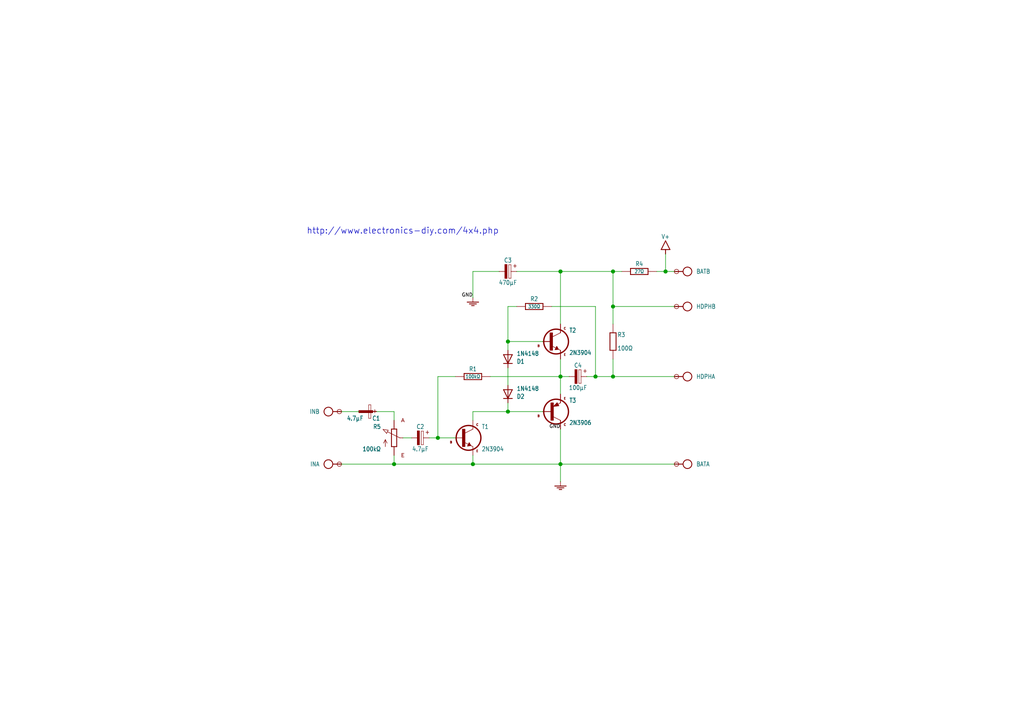
<source format=kicad_sch>
(kicad_sch (version 20210406) (generator eeschema)
  (paper "A4")
  (lib_symbols
    (symbol "Headphone-Amplifier-ClassAB-alt2-eagle-import:2N3904"
      (property "Reference" "T" (at 5.08 2.54 0))
      (property "Value" "2N3904" (at 5.08 -2.54 0))
      (symbol "2N3904_1_0"
        (circle (center 1.27 0) (radius 3.5921) (stroke (width 0.381)))
        (text "B" (at -3.81 -1.27 0) (effects (font (size 0.6096 0.6096))))
        (text "C" (at 3.81 3.81 0) (effects (font (size 0.6096 0.6096))))
        (text "E" (at 3.81 -3.81 0) (effects (font (size 0.6096 0.6096))))
        (rectangle (start -0.508 -2.54) (end 0.254 2.54) (fill (type outline)))
        (polyline (pts (xy 0.9525 -2.3812) (xy 1.4605 -1.3652)) (stroke (width 0.1524)))
        (polyline (pts (xy 1.2065 -2.2542) (xy 1.778 -2.1907)) (stroke (width 0.3048)))
        (polyline (pts (xy 1.2065 -2.1272) (xy 1.5875 -2.1272)) (stroke (width 0.254)))
        (polyline (pts (xy 1.4605 -1.6192) (xy 1.2065 -2.1272)) (stroke (width 0.254)))
        (polyline (pts (xy 1.4605 -1.3652) (xy 1.9685 -2.2542)) (stroke (width 0.1524)))
        (polyline (pts (xy 1.5875 -2.1272) (xy 1.4605 -1.8732)) (stroke (width 0.254)))
        (polyline (pts (xy 1.778 -2.1907) (xy 1.4605 -1.6192)) (stroke (width 0.3048)))
        (polyline (pts (xy 1.9685 -2.2542) (xy 0.308 -1.424)) (stroke (width 0.1524)))
        (polyline (pts (xy 1.9685 -2.2542) (xy 0.9525 -2.3812)) (stroke (width 0.1524)))
        (polyline (pts (xy 2.54 -2.54) (xy 1.9685 -2.2542)) (stroke (width 0.1524)))
        (polyline (pts (xy 2.54 2.54) (xy 0.0635 1.3017)) (stroke (width 0.1524)))
        (pin passive line (at 2.54 -5.08 90) (length 2.54) (name "E") (number "1"))
        (pin passive line (at -2.54 0 0) (length 2.54) (name "B") (number "2"))
        (pin passive line (at 2.54 5.08 270) (length 2.54) (name "C") (number "3"))
      )
    )
    (symbol "Headphone-Amplifier-ClassAB-alt2-eagle-import:2N3906"
      (property "Reference" "T" (at 5.08 2.54 0))
      (property "Value" "2N3906" (at 5.08 -2.54 0))
      (symbol "2N3906_1_0"
        (circle (center 1.27 0) (radius 3.5921) (stroke (width 0.381)))
        (text "B" (at -3.81 -1.27 0) (effects (font (size 0.6096 0.6096))))
        (text "C" (at 3.81 -3.81 0) (effects (font (size 0.6096 0.6096))))
        (text "E" (at 3.81 3.81 0) (effects (font (size 0.6096 0.6096))))
        (rectangle (start -0.254 -2.54) (end 0.508 2.54) (fill (type outline)))
        (polyline (pts (xy 0.5159 1.478) (xy 2.0861 1.6779)) (stroke (width 0.1524)))
        (polyline (pts (xy 0.762 1.651) (xy 1.778 1.778)) (stroke (width 0.254)))
        (polyline (pts (xy 1.143 1.905) (xy 1.524 1.905)) (stroke (width 0.254)))
        (polyline (pts (xy 1.524 2.159) (xy 1.143 1.905)) (stroke (width 0.254)))
        (polyline (pts (xy 1.524 2.413) (xy 0.762 1.651)) (stroke (width 0.254)))
        (polyline (pts (xy 1.5781 2.5941) (xy 0.5159 1.478)) (stroke (width 0.1524)))
        (polyline (pts (xy 1.778 1.778) (xy 1.524 2.159)) (stroke (width 0.254)))
        (polyline (pts (xy 1.905 1.778) (xy 1.524 2.413)) (stroke (width 0.254)))
        (polyline (pts (xy 2.0861 1.6779) (xy 1.5781 2.5941)) (stroke (width 0.1524)))
        (polyline (pts (xy 2.54 -2.54) (xy 0.508 -1.524)) (stroke (width 0.1524)))
        (polyline (pts (xy 2.54 2.54) (xy 1.808 2.1239)) (stroke (width 0.1524)))
        (pin passive line (at 2.54 5.08 270) (length 2.54) (name "E") (number "1"))
        (pin passive line (at -2.54 0 0) (length 2.54) (name "B") (number "2"))
        (pin passive line (at 2.54 -5.08 90) (length 2.54) (name "C") (number "3"))
      )
    )
    (symbol "Headphone-Amplifier-ClassAB-alt2-eagle-import:CPOL-HE2,5-4"
      (property "Reference" "C" (at -1.27 1.27 0))
      (property "Value" "CPOL-HE2,5-4" (at 1.27 1.27 0))
      (symbol "CPOL-HE2,5-4_1_0"
        (text "+" (at -1.27 -0.9525 0) (effects (font (size 1.27 1.0795)) (justify right top)))
        (rectangle (start -1.4605 -0.3175) (end 2.6035 0.3175) (fill (type outline)))
        (polyline (pts (xy -2.54 0) (xy -0.889 0)) (stroke (width 0.1524)))
        (polyline (pts (xy -0.889 -1.9685) (xy -0.254 -1.9685)) (stroke (width 0.127)))
        (polyline (pts (xy -0.889 0) (xy -0.889 -1.9685)) (stroke (width 0.127)))
        (polyline (pts (xy -0.889 1.9685) (xy -0.889 0)) (stroke (width 0.127)))
        (polyline (pts (xy -0.254 -1.9685) (xy -0.254 1.9685)) (stroke (width 0.127)))
        (polyline (pts (xy -0.254 1.9685) (xy -0.889 1.9685)) (stroke (width 0.127)))
        (polyline (pts (xy 2.54 0) (xy 0.762 0)) (stroke (width 0.1524)))
        (pin passive line (at -2.54 0 0) (length 0) (name "+") (number "+"))
        (pin passive line (at 2.54 0 180) (length 0) (name "-") (number "-"))
      )
    )
    (symbol "Headphone-Amplifier-ClassAB-alt2-eagle-import:CPOLE2,5-3"
      (property "Reference" "C" (at -2.54 1.27 0))
      (property "Value" "CPOLE2,5-3" (at -2.54 -1.27 0))
      (symbol "CPOLE2,5-3_1_0"
        (text "+" (at -0.9525 1.27 900) (effects (font (size 1.27 1.0795)) (justify left bottom)))
        (rectangle (start -2.032 -0.889) (end 2.032 -0.254) (fill (type outline)))
        (polyline (pts (xy -1.9685 0.254) (xy 1.9685 0.254)) (stroke (width 0.127)))
        (polyline (pts (xy -1.9685 0.889) (xy -1.9685 0.254)) (stroke (width 0.127)))
        (polyline (pts (xy 0 -2.54) (xy 0 -0.762)) (stroke (width 0.1524)))
        (polyline (pts (xy 0 0.889) (xy -1.9685 0.889)) (stroke (width 0.127)))
        (polyline (pts (xy 0 2.54) (xy 0 0.889)) (stroke (width 0.1524)))
        (polyline (pts (xy 1.9685 0.254) (xy 1.9685 0.889)) (stroke (width 0.127)))
        (polyline (pts (xy 1.9685 0.889) (xy 0 0.889)) (stroke (width 0.127)))
        (pin passive line (at 0 2.54 270) (length 0) (name "+") (number "+"))
        (pin passive line (at 0 -2.54 90) (length 0) (name "-") (number "-"))
      )
    )
    (symbol "Headphone-Amplifier-ClassAB-alt2-eagle-import:CPOLE2.5-5"
      (property "Reference" "C" (at -2.54 1.27 0))
      (property "Value" "CPOLE2.5-5" (at -2.54 -1.27 0))
      (symbol "CPOLE2.5-5_1_0"
        (text "+" (at -0.9525 1.27 900) (effects (font (size 1.27 1.0795)) (justify left bottom)))
        (rectangle (start -2.032 -0.889) (end 2.032 -0.254) (fill (type outline)))
        (polyline (pts (xy -1.9685 0.254) (xy 1.9685 0.254)) (stroke (width 0.127)))
        (polyline (pts (xy -1.9685 0.889) (xy -1.9685 0.254)) (stroke (width 0.127)))
        (polyline (pts (xy 0 -2.54) (xy 0 -0.762)) (stroke (width 0.1524)))
        (polyline (pts (xy 0 0.889) (xy -1.9685 0.889)) (stroke (width 0.127)))
        (polyline (pts (xy 0 2.54) (xy 0 0.889)) (stroke (width 0.1524)))
        (polyline (pts (xy 1.9685 0.254) (xy 1.9685 0.889)) (stroke (width 0.127)))
        (polyline (pts (xy 1.9685 0.889) (xy 0 0.889)) (stroke (width 0.127)))
        (pin passive line (at 0 2.54 270) (length 0) (name "+") (number "+"))
        (pin passive line (at 0 -2.54 90) (length 0) (name "-") (number "-"))
      )
    )
    (symbol "Headphone-Amplifier-ClassAB-alt2-eagle-import:CPOLE5-5"
      (property "Reference" "C" (at -2.54 1.27 0))
      (property "Value" "CPOLE5-5" (at -2.54 -1.27 0))
      (symbol "CPOLE5-5_1_0"
        (text "+" (at -0.9525 1.27 900) (effects (font (size 1.27 1.0795)) (justify left bottom)))
        (rectangle (start -2.032 -0.889) (end 2.032 -0.254) (fill (type outline)))
        (polyline (pts (xy -1.9685 0.254) (xy 1.9685 0.254)) (stroke (width 0.127)))
        (polyline (pts (xy -1.9685 0.889) (xy -1.9685 0.254)) (stroke (width 0.127)))
        (polyline (pts (xy 0 -2.54) (xy 0 -0.762)) (stroke (width 0.1524)))
        (polyline (pts (xy 0 0.889) (xy -1.9685 0.889)) (stroke (width 0.127)))
        (polyline (pts (xy 0 2.54) (xy 0 0.889)) (stroke (width 0.1524)))
        (polyline (pts (xy 1.9685 0.254) (xy 1.9685 0.889)) (stroke (width 0.127)))
        (polyline (pts (xy 1.9685 0.889) (xy 0 0.889)) (stroke (width 0.127)))
        (pin passive line (at 0 2.54 270) (length 0) (name "+") (number "+"))
        (pin passive line (at 0 -2.54 90) (length 0) (name "-") (number "-"))
      )
    )
    (symbol "Headphone-Amplifier-ClassAB-alt2-eagle-import:DIODE34-5-V"
      (property "Reference" "D" (at -2.54 0 0))
      (property "Value" "DIODE34-5-V" (at -2.54 -2.286 0))
      (symbol "DIODE34-5-V_1_0"
        (polyline (pts (xy -1.27 -1.27) (xy 1.27 -1.27)) (stroke (width 0.254)))
        (polyline (pts (xy -1.27 1.27) (xy 0 1.27)) (stroke (width 0.254)))
        (polyline (pts (xy 0 1.27) (xy -1.27 -1.27)) (stroke (width 0.254)))
        (polyline (pts (xy 0 1.27) (xy 1.27 1.27)) (stroke (width 0.254)))
        (polyline (pts (xy 1.27 -1.27) (xy 0 1.27)) (stroke (width 0.254)))
        (pin passive line (at 0 -2.54 90) (length 2.54) (name "A") (number "A"))
        (pin passive line (at 0 2.54 270) (length 2.54) (name "C") (number "C"))
      )
    )
    (symbol "Headphone-Amplifier-ClassAB-alt2-eagle-import:DIODE34-5V"
      (property "Reference" "D" (at -2.54 0 0))
      (property "Value" "DIODE34-5V" (at -2.54 -2.286 0))
      (symbol "DIODE34-5V_1_0"
        (polyline (pts (xy -1.27 -1.27) (xy 1.27 -1.27)) (stroke (width 0.254)))
        (polyline (pts (xy -1.27 1.27) (xy 0 1.27)) (stroke (width 0.254)))
        (polyline (pts (xy 0 1.27) (xy -1.27 -1.27)) (stroke (width 0.254)))
        (polyline (pts (xy 0 1.27) (xy 1.27 1.27)) (stroke (width 0.254)))
        (polyline (pts (xy 1.27 -1.27) (xy 0 1.27)) (stroke (width 0.254)))
        (pin passive line (at 0 -2.54 90) (length 2.54) (name "A") (number "A"))
        (pin passive line (at 0 2.54 270) (length 2.54) (name "C") (number "C"))
      )
    )
    (symbol "Headphone-Amplifier-ClassAB-alt2-eagle-import:GND" (power)
      (symbol "GND_1_0"
        (polyline (pts (xy -1.651 -1.27) (xy 0 -1.27)) (stroke (width 0.254)))
        (polyline (pts (xy -1.016 -1.778) (xy 1.016 -1.778)) (stroke (width 0.254)))
        (polyline (pts (xy -0.381 -2.286) (xy 0.381 -2.286)) (stroke (width 0.254)))
        (polyline (pts (xy 0 -1.27) (xy 0 0)) (stroke (width 0.1524)))
        (polyline (pts (xy 0 -1.27) (xy 1.651 -1.27)) (stroke (width 0.254)))
        (pin power_in line (at 0 0 270) (length 0) (name "GND") (number "1"))
      )
    )
    (symbol "Headphone-Amplifier-ClassAB-alt2-eagle-import:POT-3P"
      (property "Reference" "R" (at -3.81 2.54 0))
      (property "Value" "POT-3P" (at -3.81 -2.54 0))
      (symbol "POT-3P_1_0"
        (text "A" (at 2.54 5.08 0) (effects (font (size 1.016 1.27))))
        (text "E" (at 2.54 -5.08 0) (effects (font (size 1.016 1.27))))
        (polyline (pts (xy -3.1989 2.4495) (xy -1.7018 2.2352)) (stroke (width 0.1524)))
        (polyline (pts (xy -2.54 -2.54) (xy -2.54 -0.508)) (stroke (width 0.1524)))
        (polyline (pts (xy -2.54 -0.508) (xy -3.048 -1.524)) (stroke (width 0.1524)))
        (polyline (pts (xy -2.54 -0.508) (xy -2.032 -1.524)) (stroke (width 0.1524)))
        (polyline (pts (xy -2.1597 1.2939) (xy -3.1989 2.4495)) (stroke (width 0.1524)))
        (polyline (pts (xy -2.1597 1.2939) (xy -1.7018 2.2352)) (stroke (width 0.1524)))
        (polyline (pts (xy -0.762 -2.54) (xy 0.762 -2.54)) (stroke (width 0.254)))
        (polyline (pts (xy -0.762 2.54) (xy -0.762 -2.54)) (stroke (width 0.254)))
        (polyline (pts (xy 0.762 -2.54) (xy 0.762 2.54)) (stroke (width 0.254)))
        (polyline (pts (xy 0.762 2.54) (xy -0.762 2.54)) (stroke (width 0.254)))
        (polyline (pts (xy 1.651 0) (xy -1.8796 1.7526)) (stroke (width 0.1524)))
        (polyline (pts (xy 2.54 0) (xy 1.651 0)) (stroke (width 0.1524)))
        (pin passive line (at 0 -5.08 90) (length 2.54) (name "A") (number "1"))
        (pin passive line (at 2.54 0 180) (length 0) (name "S") (number "2"))
        (pin passive line (at 0 5.08 270) (length 2.54) (name "E") (number "3"))
      )
    )
    (symbol "Headphone-Amplifier-ClassAB-alt2-eagle-import:R-H0204_10"
      (property "Reference" "R" (at 0 1.4986 0))
      (property "Value" "R-H0204_10" (at 0 0 0))
      (symbol "R-H0204_10_1_0"
        (polyline (pts (xy -2.54 -0.889) (xy -2.54 0.889)) (stroke (width 0.254)))
        (polyline (pts (xy -2.54 -0.889) (xy 2.54 -0.889)) (stroke (width 0.254)))
        (polyline (pts (xy 2.54 -0.889) (xy 2.54 0.889)) (stroke (width 0.254)))
        (polyline (pts (xy 2.54 0.889) (xy -2.54 0.889)) (stroke (width 0.254)))
        (pin passive line (at -5.08 0 0) (length 2.54) (name "1") (number "1"))
        (pin passive line (at 5.08 0 180) (length 2.54) (name "2") (number "2"))
      )
    )
    (symbol "Headphone-Amplifier-ClassAB-alt2-eagle-import:R-H0204_2.54"
      (property "Reference" "R" (at 0 1.4986 0))
      (property "Value" "R-H0204_2.54" (at 0 0 0))
      (symbol "R-H0204_2.54_1_0"
        (polyline (pts (xy -2.54 -0.889) (xy -2.54 0.889)) (stroke (width 0.254)))
        (polyline (pts (xy -2.54 -0.889) (xy 2.54 -0.889)) (stroke (width 0.254)))
        (polyline (pts (xy 2.54 -0.889) (xy 2.54 0.889)) (stroke (width 0.254)))
        (polyline (pts (xy 2.54 0.889) (xy -2.54 0.889)) (stroke (width 0.254)))
        (pin passive line (at -5.08 0 0) (length 2.54) (name "1") (number "1"))
        (pin passive line (at 5.08 0 180) (length 2.54) (name "2") (number "2"))
      )
    )
    (symbol "Headphone-Amplifier-ClassAB-alt2-eagle-import:R0204_10"
      (property "Reference" "R" (at -1.27 1.27 0))
      (property "Value" "R0204_10" (at -1.27 -1.27 0))
      (symbol "R0204_10_1_0"
        (polyline (pts (xy -0.889 2.54) (xy -0.889 -2.54)) (stroke (width 0.254)))
        (polyline (pts (xy 0.889 -2.54) (xy -0.889 -2.54)) (stroke (width 0.254)))
        (polyline (pts (xy 0.889 -2.54) (xy 0.889 2.54)) (stroke (width 0.254)))
        (polyline (pts (xy 0.889 2.54) (xy -0.889 2.54)) (stroke (width 0.254)))
        (pin passive line (at 0 5.08 270) (length 2.54) (name "2") (number "1"))
        (pin passive line (at 0 -5.08 90) (length 2.54) (name "1") (number "2"))
      )
    )
    (symbol "Headphone-Amplifier-ClassAB-alt2-eagle-import:SPAD+-+-"
      (property "Reference" "J" (at -6.35 0 0))
      (symbol "SPAD+-+-_1_0"
        (circle (center -3.81 0) (radius 1.27) (stroke (width 0.254)))
        (polyline (pts (xy 0 0) (xy -2.54 0)) (stroke (width 0.254)))
        (pin passive inverted (at 0 0 0) (length 0) (name "P$1") (number "1"))
      )
      (symbol "SPAD+-+-_2_0"
        (circle (center -3.81 0) (radius 1.27) (stroke (width 0.254)))
        (polyline (pts (xy 0 0) (xy -2.54 0)) (stroke (width 0.254)))
        (pin passive inverted (at 0 0 0) (length 0) (name "P$1") (number "2"))
      )
    )
    (symbol "Headphone-Amplifier-ClassAB-alt2-eagle-import:SPAD+--+"
      (property "Reference" "J" (at -6.35 0 0))
      (symbol "SPAD+--+_1_0"
        (circle (center -3.81 0) (radius 1.27) (stroke (width 0.254)))
        (polyline (pts (xy 0 0) (xy -2.54 0)) (stroke (width 0.254)))
        (pin passive inverted (at 0 0 0) (length 0) (name "P$1") (number "1"))
      )
      (symbol "SPAD+--+_2_0"
        (circle (center -3.81 0) (radius 1.27) (stroke (width 0.254)))
        (polyline (pts (xy 0 0) (xy -2.54 0)) (stroke (width 0.254)))
        (pin passive inverted (at 0 0 0) (length 0) (name "P$1") (number "2"))
      )
    )
    (symbol "Headphone-Amplifier-ClassAB-alt2-eagle-import:V+" (power)
      (property "Value" "V+" (at 0 4.318 0))
      (symbol "V+_1_0"
        (polyline (pts (xy -1.27 1.27) (xy 0 1.27)) (stroke (width 0.254)))
        (polyline (pts (xy 0 1.27) (xy 0 0)) (stroke (width 0.254)))
        (polyline (pts (xy 0 1.27) (xy 1.27 1.27)) (stroke (width 0.254)))
        (polyline (pts (xy 0 3.81) (xy -1.27 1.27)) (stroke (width 0.254)))
        (polyline (pts (xy 1.27 1.27) (xy 0 3.81)) (stroke (width 0.254)))
        (pin power_in line (at 0 0 90) (length 0) (name "V+") (number "1"))
      )
    )
  )
  (junction (at 114.3 134.62) (diameter 1.016))
  (junction (at 127 127) (diameter 1.016))
  (junction (at 137.16 134.62) (diameter 1.016))
  (junction (at 147.32 99.06) (diameter 1.016))
  (junction (at 147.32 119.38) (diameter 1.016))
  (junction (at 162.56 78.74) (diameter 1.016))
  (junction (at 162.56 109.22) (diameter 1.016))
  (junction (at 162.56 134.62) (diameter 1.016))
  (junction (at 172.72 109.22) (diameter 1.016))
  (junction (at 177.8 78.74) (diameter 1.016))
  (junction (at 177.8 88.9) (diameter 1.016))
  (junction (at 177.8 109.22) (diameter 1.016))
  (junction (at 193.04 78.74) (diameter 1.016))
  (wire (pts (xy 99.06 119.38) (xy 104.14 119.38)))
  (wire (pts (xy 99.06 134.62) (xy 114.3 134.62)))
  (wire (pts (xy 109.22 119.38) (xy 114.3 119.38)))
  (wire (pts (xy 114.3 121.92) (xy 114.3 119.38)))
  (wire (pts (xy 114.3 132.08) (xy 114.3 134.62)))
  (wire (pts (xy 114.3 134.62) (xy 137.16 134.62)))
  (wire (pts (xy 116.84 127) (xy 119.38 127)))
  (wire (pts (xy 124.46 127) (xy 127 127)))
  (wire (pts (xy 127 109.22) (xy 132.08 109.22)))
  (wire (pts (xy 127 127) (xy 127 109.22)))
  (wire (pts (xy 127 127) (xy 132.08 127)))
  (wire (pts (xy 137.16 78.74) (xy 144.78 78.74)))
  (wire (pts (xy 137.16 86.36) (xy 137.16 78.74)))
  (wire (pts (xy 137.16 119.38) (xy 147.32 119.38)))
  (wire (pts (xy 137.16 121.92) (xy 137.16 119.38)))
  (wire (pts (xy 137.16 132.08) (xy 137.16 134.62)))
  (wire (pts (xy 137.16 134.62) (xy 162.56 134.62)))
  (wire (pts (xy 142.24 109.22) (xy 162.56 109.22)))
  (wire (pts (xy 147.32 88.9) (xy 147.32 99.06)))
  (wire (pts (xy 147.32 99.06) (xy 147.32 101.6)))
  (wire (pts (xy 147.32 111.76) (xy 147.32 106.68)))
  (wire (pts (xy 147.32 119.38) (xy 147.32 116.84)))
  (wire (pts (xy 149.86 78.74) (xy 162.56 78.74)))
  (wire (pts (xy 149.86 88.9) (xy 147.32 88.9)))
  (wire (pts (xy 157.48 99.06) (xy 147.32 99.06)))
  (wire (pts (xy 157.48 119.38) (xy 147.32 119.38)))
  (wire (pts (xy 160.02 88.9) (xy 172.72 88.9)))
  (wire (pts (xy 162.56 78.74) (xy 162.56 93.98)))
  (wire (pts (xy 162.56 78.74) (xy 177.8 78.74)))
  (wire (pts (xy 162.56 104.14) (xy 162.56 109.22)))
  (wire (pts (xy 162.56 109.22) (xy 162.56 114.3)))
  (wire (pts (xy 162.56 109.22) (xy 165.1 109.22)))
  (wire (pts (xy 162.56 124.46) (xy 162.56 134.62)))
  (wire (pts (xy 162.56 134.62) (xy 162.56 139.7)))
  (wire (pts (xy 162.56 134.62) (xy 195.58 134.62)))
  (wire (pts (xy 172.72 88.9) (xy 172.72 109.22)))
  (wire (pts (xy 172.72 109.22) (xy 170.18 109.22)))
  (wire (pts (xy 172.72 109.22) (xy 177.8 109.22)))
  (wire (pts (xy 177.8 78.74) (xy 180.34 78.74)))
  (wire (pts (xy 177.8 88.9) (xy 177.8 78.74)))
  (wire (pts (xy 177.8 88.9) (xy 195.58 88.9)))
  (wire (pts (xy 177.8 93.98) (xy 177.8 88.9)))
  (wire (pts (xy 177.8 104.14) (xy 177.8 109.22)))
  (wire (pts (xy 177.8 109.22) (xy 195.58 109.22)))
  (wire (pts (xy 193.04 73.66) (xy 193.04 78.74)))
  (wire (pts (xy 193.04 78.74) (xy 190.5 78.74)))
  (wire (pts (xy 193.04 78.74) (xy 195.58 78.74)))
  (text "http://www.electronics-diy.com/4x4.php" (at 88.9 66.04 180) (effects (font (size 1.778 1.778)) (justify left top)))
  (label "GND" (at 137.16 86.36 180) (effects (font (size 1.016 1.016))))
  (label "GND" (at 162.56 124.46 180) (effects (font (size 1.016 1.016))))
  (symbol (lib_id "Headphone-Amplifier-ClassAB-alt2-eagle-import:GND") (at 137.16 86.36 0) (unit 1)
    (property "Reference" "#S2" (effects hide))
    (property "Value" "GND" (effects hide))
  )
  (symbol (lib_id "Headphone-Amplifier-ClassAB-alt2-eagle-import:GND") (at 162.56 139.7 0) (unit 1)
    (property "Reference" "#S1" (effects hide))
    (property "Value" "GND" (effects hide))
  )
  (symbol (lib_id "Headphone-Amplifier-ClassAB-alt2-eagle-import:V+") (at 193.04 73.66 0) (unit 1)
    (property "Reference" "#U$1" (effects hide))
    (property "Value" "V+" (at 193.04 69.342 0) (effects (font (size 1.27 1.0795)) (justify bottom)))
  )
  (symbol (lib_id "Headphone-Amplifier-ClassAB-alt2-eagle-import:SPAD+--+") (at 99.06 119.38 0) (unit 2)
    (property "Reference" "IN" (at 92.71 119.38 0) (effects (font (size 1.27 1.0795)) (justify right)))
    (property "Value" "SPAD+--+" (effects hide))
    (property "Footprint" "SPAD-+" (effects hide))
  )
  (symbol (lib_id "Headphone-Amplifier-ClassAB-alt2-eagle-import:SPAD+--+") (at 99.06 134.62 0) (unit 1)
    (property "Reference" "IN" (at 92.71 134.62 0) (effects (font (size 1.27 1.0795)) (justify right)))
    (property "Value" "SPAD+--+" (effects hide))
    (property "Footprint" "SPAD-+" (effects hide))
  )
  (symbol (lib_id "Headphone-Amplifier-ClassAB-alt2-eagle-import:SPAD+-+-") (at 195.58 78.74 180) (unit 2)
    (property "Reference" "BAT" (at 201.93 78.74 0) (effects (font (size 1.27 1.0795)) (justify right)))
    (property "Value" "SPAD+-+-" (effects hide))
    (property "Footprint" "SPAD+-" (effects hide))
  )
  (symbol (lib_id "Headphone-Amplifier-ClassAB-alt2-eagle-import:SPAD+--+") (at 195.58 88.9 180) (unit 2)
    (property "Reference" "HDPH" (at 201.93 88.9 0) (effects (font (size 1.27 1.0795)) (justify right)))
    (property "Value" "SPAD+--+" (effects hide))
    (property "Footprint" "SPAD-+" (effects hide))
  )
  (symbol (lib_id "Headphone-Amplifier-ClassAB-alt2-eagle-import:SPAD+--+") (at 195.58 109.22 180) (unit 1)
    (property "Reference" "HDPH" (at 201.93 109.22 0) (effects (font (size 1.27 1.0795)) (justify right)))
    (property "Value" "SPAD+--+" (effects hide))
    (property "Footprint" "SPAD-+" (effects hide))
  )
  (symbol (lib_id "Headphone-Amplifier-ClassAB-alt2-eagle-import:SPAD+-+-") (at 195.58 134.62 180) (unit 1)
    (property "Reference" "BAT" (at 201.93 134.62 0) (effects (font (size 1.27 1.0795)) (justify right)))
    (property "Value" "SPAD+-+-" (effects hide))
    (property "Footprint" "SPAD+-" (effects hide))
  )
  (symbol (lib_id "Headphone-Amplifier-ClassAB-alt2-eagle-import:DIODE34-5-V") (at 147.32 104.14 180) (unit 1)
    (property "Reference" "D1" (at 149.86 104.14 0) (effects (font (size 1.27 1.0795)) (justify right bottom)))
    (property "Value" "1N4148" (at 149.86 101.854 0) (effects (font (size 1.27 1.0795)) (justify right bottom)))
    (property "Footprint" "DO34-5-V" (effects hide))
  )
  (symbol (lib_id "Headphone-Amplifier-ClassAB-alt2-eagle-import:DIODE34-5V") (at 147.32 114.3 180) (unit 1)
    (property "Reference" "D2" (at 149.86 114.3 0) (effects (font (size 1.27 1.0795)) (justify right bottom)))
    (property "Value" "1N4148" (at 149.86 112.014 0) (effects (font (size 1.27 1.0795)) (justify right bottom)))
    (property "Footprint" "DO34-5V" (effects hide))
  )
  (symbol (lib_id "Headphone-Amplifier-ClassAB-alt2-eagle-import:R-H0204_10") (at 137.16 109.22 0) (unit 1)
    (property "Reference" "R1" (at 137.16 107.7214 0) (effects (font (size 1.27 1.0795)) (justify bottom)))
    (property "Value" "100kΩ" (at 137.16 109.22 0) (effects (font (size 1.016 0.8636))))
    (property "Footprint" "0204_10" (effects hide))
  )
  (symbol (lib_id "Headphone-Amplifier-ClassAB-alt2-eagle-import:R-H0204_10") (at 154.94 88.9 0) (unit 1)
    (property "Reference" "R2" (at 154.94 87.4014 0) (effects (font (size 1.27 1.0795)) (justify bottom)))
    (property "Value" "330Ω" (at 154.94 88.9 0) (effects (font (size 1.016 0.8636))))
    (property "Footprint" "0204_10" (effects hide))
  )
  (symbol (lib_id "Headphone-Amplifier-ClassAB-alt2-eagle-import:R0204_10") (at 177.8 99.06 0) (mirror y) (unit 1)
    (property "Reference" "R3" (at 179.07 97.79 0) (effects (font (size 1.27 1.0795)) (justify right bottom)))
    (property "Value" "100Ω" (at 179.07 100.33 0) (effects (font (size 1.27 1.0795)) (justify right top)))
    (property "Footprint" "0204_10" (effects hide))
  )
  (symbol (lib_id "Headphone-Amplifier-ClassAB-alt2-eagle-import:R-H0204_2.54") (at 185.42 78.74 0) (unit 1)
    (property "Reference" "R4" (at 185.42 77.2414 0) (effects (font (size 1.27 1.0795)) (justify bottom)))
    (property "Value" "27Ω" (at 185.42 78.74 0) (effects (font (size 1.016 0.8636))))
    (property "Footprint" "0204_2.54" (effects hide))
  )
  (symbol (lib_id "Headphone-Amplifier-ClassAB-alt2-eagle-import:CPOL-HE2,5-4") (at 106.68 119.38 180) (unit 1)
    (property "Reference" "C1" (at 107.95 120.65 0) (effects (font (size 1.27 1.0795)) (justify right bottom)))
    (property "Value" "4.7μF" (at 105.41 120.65 0) (effects (font (size 1.27 1.0795)) (justify left bottom)))
    (property "Footprint" "E2,5-4" (effects hide))
  )
  (symbol (lib_id "Headphone-Amplifier-ClassAB-alt2-eagle-import:CPOLE2,5-3") (at 121.92 127 270) (unit 1)
    (property "Reference" "C2" (at 121.92 124.46 90) (effects (font (size 1.27 1.0795)) (justify bottom)))
    (property "Value" "4.7μF" (at 121.92 129.54 90) (effects (font (size 1.27 1.0795)) (justify top)))
    (property "Footprint" "E2,5-3" (effects hide))
  )
  (symbol (lib_id "Headphone-Amplifier-ClassAB-alt2-eagle-import:CPOLE5-5") (at 147.32 78.74 270) (unit 1)
    (property "Reference" "C3" (at 147.32 76.2 90) (effects (font (size 1.27 1.0795)) (justify bottom)))
    (property "Value" "470μF" (at 147.32 81.28 90) (effects (font (size 1.27 1.0795)) (justify top)))
    (property "Footprint" "E5-5" (effects hide))
  )
  (symbol (lib_id "Headphone-Amplifier-ClassAB-alt2-eagle-import:CPOLE2.5-5") (at 167.64 109.22 270) (unit 1)
    (property "Reference" "C4" (at 167.64 106.68 90) (effects (font (size 1.27 1.0795)) (justify bottom)))
    (property "Value" "100μF" (at 167.64 111.76 90) (effects (font (size 1.27 1.0795)) (justify top)))
    (property "Footprint" "E2,5-5" (effects hide))
  )
  (symbol (lib_id "Headphone-Amplifier-ClassAB-alt2-eagle-import:POT-3P") (at 114.3 127 0) (unit 1)
    (property "Reference" "R5" (at 110.49 124.46 0) (effects (font (size 1.27 1.0795)) (justify right bottom)))
    (property "Value" "100kΩ" (at 110.49 129.54 0) (effects (font (size 1.27 1.0795)) (justify right top)))
    (property "Footprint" "CONN-3P" (effects hide))
  )
  (symbol (lib_id "Headphone-Amplifier-ClassAB-alt2-eagle-import:2N3904") (at 134.62 127 0) (unit 1)
    (property "Reference" "T1" (at 139.7 124.46 0) (effects (font (size 1.27 1.0795)) (justify left bottom)))
    (property "Value" "2N3904" (at 139.7 129.54 0) (effects (font (size 1.27 1.0795)) (justify left top)))
    (property "Footprint" "TO92" (effects hide))
  )
  (symbol (lib_id "Headphone-Amplifier-ClassAB-alt2-eagle-import:2N3904") (at 160.02 99.06 0) (unit 1)
    (property "Reference" "T2" (at 165.1 96.52 0) (effects (font (size 1.27 1.0795)) (justify left bottom)))
    (property "Value" "2N3904" (at 165.1 101.6 0) (effects (font (size 1.27 1.0795)) (justify left top)))
    (property "Footprint" "TO92" (effects hide))
  )
  (symbol (lib_id "Headphone-Amplifier-ClassAB-alt2-eagle-import:2N3906") (at 160.02 119.38 0) (unit 1)
    (property "Reference" "T3" (at 165.1 116.84 0) (effects (font (size 1.27 1.0795)) (justify left bottom)))
    (property "Value" "2N3906" (at 165.1 121.92 0) (effects (font (size 1.27 1.0795)) (justify left top)))
    (property "Footprint" "TO92" (effects hide))
  )
)
</source>
